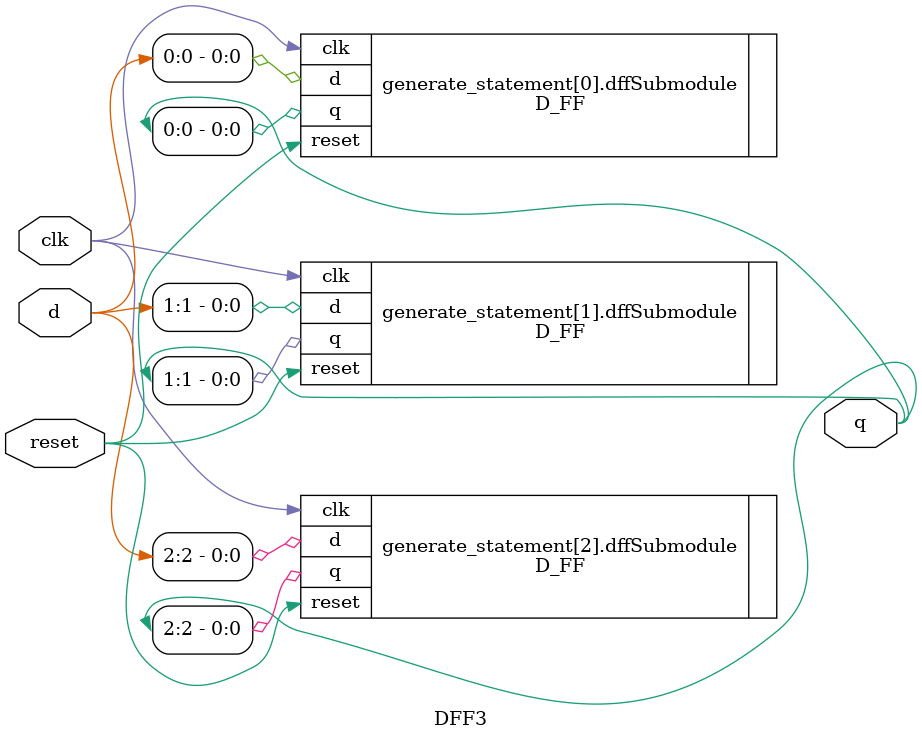
<source format=sv>
module DFF3(q, d, reset, clk);
	output logic [2:0] q;
	input logic [2:0] d;
	input logic clk;
	input logic reset;
	genvar i;
	
	generate 
		for (i = 0; i < 3; i++) begin : generate_statement			
			D_FF dffSubmodule(.q(q[i]), .d(d[i]), .reset, .clk);
		end
	endgenerate
endmodule
</source>
